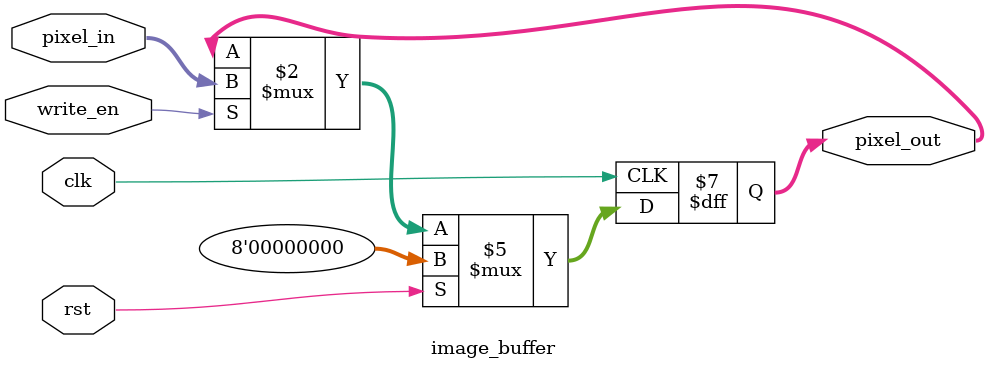
<source format=v>
module image_buffer(
    input clk,
    input rst,
    input [7:0] pixel_in,
    input write_en,
    output reg [7:0] pixel_out
);
    always @(posedge clk) begin
        if (rst)
            pixel_out <= 8'd0;
        else if (write_en)
            pixel_out <= pixel_in;
    end
endmodule

</source>
